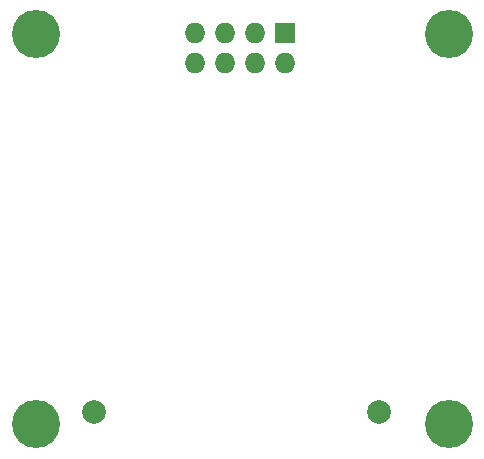
<source format=gbs>
G04 #@! TF.FileFunction,Soldermask,Bot*
%FSLAX46Y46*%
G04 Gerber Fmt 4.6, Leading zero omitted, Abs format (unit mm)*
G04 Created by KiCad (PCBNEW (after 2015-mar-04 BZR unknown)-product) date 18/09/2015 21:52:24*
%MOMM*%
G01*
G04 APERTURE LIST*
%ADD10C,0.020000*%
%ADD11C,2.000000*%
%ADD12R,1.727200X1.727200*%
%ADD13O,1.727200X1.727200*%
%ADD14C,4.064000*%
G04 APERTURE END LIST*
D10*
D11*
X140065000Y-107000000D03*
X115935000Y-107000000D03*
D12*
X132080000Y-74930000D03*
D13*
X132080000Y-77470000D03*
X129540000Y-74930000D03*
X129540000Y-77470000D03*
X127000000Y-74930000D03*
X127000000Y-77470000D03*
X124460000Y-74930000D03*
X124460000Y-77470000D03*
D14*
X146000000Y-108000000D03*
X111000000Y-108000000D03*
X146000000Y-75000000D03*
X111000000Y-75000000D03*
M02*

</source>
